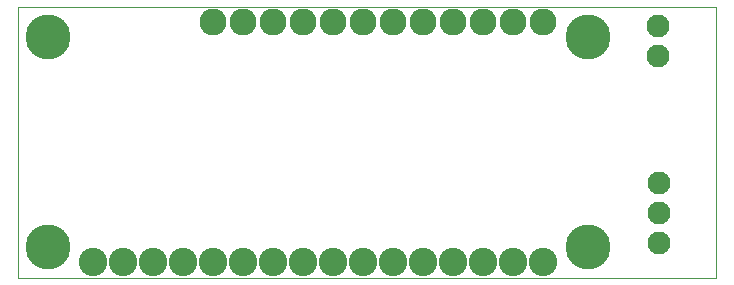
<source format=gbr>
G04 PROTEUS RS274X GERBER FILE*
%FSLAX26Y26*%
%MOIN*%
G01*
%ADD29C,0.095000*%
%ADD15C,0.065354*%
%ADD72C,0.090000*%
%ADD17C,0.150000*%
%ADD18C,0.076772*%
%AMPPAD023*
4,1,4,
-0.032480,0.032480,
0.032480,0.032480,
0.032480,-0.032480,
-0.032480,-0.032480,
-0.032480,0.032480,
0*%
%ADD73PPAD023*%
%ADD71C,0.064961*%
%ADD25C,0.004000*%
D29*
X+1026276Y+279819D03*
X+1126276Y+279819D03*
X+1226276Y+279819D03*
X+1326276Y+279819D03*
X+1426276Y+279819D03*
X+1526276Y+279819D03*
X+1626276Y+279819D03*
X+1726276Y+279819D03*
X+1826276Y+279819D03*
X+1926276Y+279819D03*
X+2026276Y+279819D03*
X+2126276Y+279819D03*
X+2226276Y+279819D03*
X+2326276Y+279819D03*
X+2426276Y+279819D03*
X+2526276Y+279819D03*
D15*
X+2526276Y+1079819D03*
X+2426276Y+1079819D03*
X+2326276Y+1079819D03*
X+2226276Y+1079819D03*
X+2126276Y+1079819D03*
X+2026276Y+1079819D03*
X+1926276Y+1079819D03*
X+1826276Y+1079819D03*
X+1726276Y+1079819D03*
X+1626276Y+1079819D03*
X+1526276Y+1079819D03*
D72*
X+1426276Y+1079819D03*
D17*
X+876276Y+329819D03*
X+876276Y+1029819D03*
X+2676276Y+329819D03*
X+2676276Y+1029819D03*
D72*
X+2526276Y+1079331D03*
X+2426276Y+1079331D03*
X+2326276Y+1079331D03*
X+2226276Y+1079331D03*
X+2126276Y+1079331D03*
X+2026276Y+1079331D03*
X+1926276Y+1079331D03*
X+1826276Y+1079331D03*
X+1726276Y+1079331D03*
X+1626276Y+1079331D03*
X+1526276Y+1079331D03*
X+1426276Y+1079331D03*
D18*
X+2909653Y+967874D03*
X+2909653Y+1067874D03*
X+2912149Y+342583D03*
X+2912149Y+442583D03*
X+2912149Y+542583D03*
D73*
X+1026276Y+279819D03*
D71*
X+1126276Y+279819D03*
X+1226276Y+279819D03*
X+1326276Y+279819D03*
X+1426276Y+279819D03*
X+1526276Y+279819D03*
X+1626276Y+279819D03*
X+1726276Y+279819D03*
X+1826276Y+279819D03*
X+1926276Y+279819D03*
X+2026276Y+279819D03*
X+2126276Y+279819D03*
X+2226276Y+279819D03*
X+2326276Y+279819D03*
X+2426276Y+279819D03*
X+2526276Y+279819D03*
D25*
X+775591Y+228346D02*
X+3102362Y+228346D01*
X+3102362Y+1129921D01*
X+775591Y+1129921D01*
X+775591Y+228346D01*
M02*

</source>
